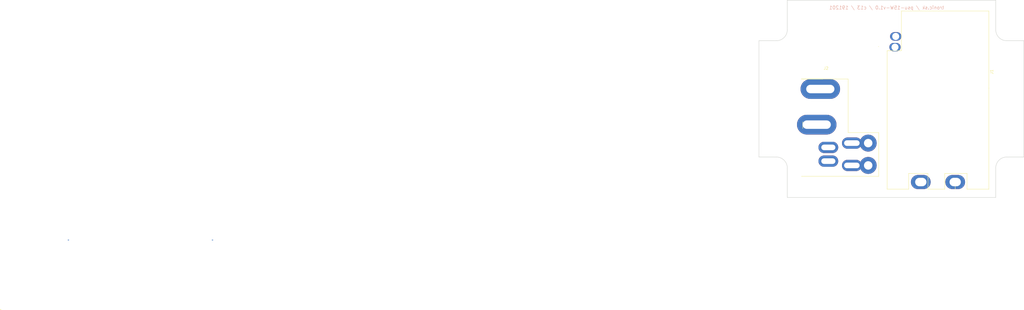
<source format=kicad_pcb>
(kicad_pcb (version 4) (host pcbnew 4.0.7)

  (general
    (links 2)
    (no_connects 2)
    (area 141.199799 46.279999 235.228201 116.432401)
    (thickness 1.6)
    (drawings 19)
    (tracks 2)
    (zones 0)
    (modules 2)
    (nets 3)
  )

  (page A4)
  (layers
    (0 F.Cu signal)
    (31 B.Cu signal)
    (32 B.Adhes user)
    (33 F.Adhes user)
    (34 B.Paste user)
    (35 F.Paste user)
    (36 B.SilkS user)
    (37 F.SilkS user)
    (38 B.Mask user)
    (39 F.Mask user)
    (40 Dwgs.User user)
    (41 Cmts.User user)
    (42 Eco1.User user)
    (43 Eco2.User user)
    (44 Edge.Cuts user)
    (45 Margin user)
    (46 B.CrtYd user)
    (47 F.CrtYd user)
    (48 B.Fab user)
    (49 F.Fab user)
  )

  (setup
    (last_trace_width 0.5)
    (trace_clearance 0.2)
    (zone_clearance 0.508)
    (zone_45_only yes)
    (trace_min 0.2)
    (segment_width 0.2)
    (edge_width 0.15)
    (via_size 0.6)
    (via_drill 0.4)
    (via_min_size 0.4)
    (via_min_drill 0.3)
    (uvia_size 0.3)
    (uvia_drill 0.1)
    (uvias_allowed no)
    (uvia_min_size 0.2)
    (uvia_min_drill 0.1)
    (pcb_text_width 0.3)
    (pcb_text_size 1.5 1.5)
    (mod_edge_width 0.15)
    (mod_text_size 1 1)
    (mod_text_width 0.15)
    (pad_size 8 8)
    (pad_drill 4)
    (pad_to_mask_clearance 0.2)
    (solder_mask_min_width 0.25)
    (aux_axis_origin 0 0)
    (grid_origin 149.1742 97.9678)
    (visible_elements 7FFFFFFF)
    (pcbplotparams
      (layerselection 0x010f0_80000001)
      (usegerberextensions true)
      (excludeedgelayer true)
      (linewidth 0.100000)
      (plotframeref false)
      (viasonmask false)
      (mode 1)
      (useauxorigin false)
      (hpglpennumber 1)
      (hpglpenspeed 20)
      (hpglpendiameter 15)
      (hpglpenoverlay 2)
      (psnegative false)
      (psa4output false)
      (plotreference true)
      (plotvalue true)
      (plotinvisibletext false)
      (padsonsilk false)
      (subtractmaskfromsilk false)
      (outputformat 1)
      (mirror false)
      (drillshape 0)
      (scaleselection 1)
      (outputdirectory gerber/))
  )

  (net 0 "")
  (net 1 "Net-(J2-Pad5)")
  (net 2 "Net-(J2-Pad6)")

  (net_class Default "This is the default net class."
    (clearance 0.2)
    (trace_width 0.5)
    (via_dia 0.6)
    (via_drill 0.4)
    (uvia_dia 0.3)
    (uvia_drill 0.1)
    (add_net "Net-(J2-Pad5)")
    (add_net "Net-(J2-Pad6)")
  )

  (net_class mains ""
    (clearance 0.3)
    (trace_width 2)
    (via_dia 3)
    (via_drill 2)
    (uvia_dia 1.5)
    (uvia_drill 0.5)
  )

  (module psw-library:psw-12V-1A-psu (layer F.Cu) (tedit 5DE2E44C) (tstamp 5DE3A0B3)
    (at 222.758 50.1904 270)
    (path /5DE3A1B4)
    (fp_text reference J1 (at 21.59 -1.016 270) (layer F.SilkS)
      (effects (font (size 1 1) (thickness 0.15)))
    )
    (fp_text value psu-12V1A (at 11.176 -1.27 270) (layer F.Fab)
      (effects (font (size 1 1) (thickness 0.15)))
    )
    (fp_line (start 63.246 28.448) (end 63.246 36.068) (layer F.SilkS) (width 0.15))
    (fp_line (start 63.246 15.621) (end 63.246 21.59) (layer F.SilkS) (width 0.15))
    (fp_line (start 57.658 15.621) (end 57.658 7.747) (layer F.SilkS) (width 0.15))
    (fp_line (start 57.658 7.747) (end 63.246 7.747) (layer F.SilkS) (width 0.15))
    (fp_line (start 63.246 7.747) (end 63.246 0) (layer F.SilkS) (width 0.15))
    (fp_line (start 57.658 15.621) (end 63.246 15.621) (layer F.SilkS) (width 0.15))
    (fp_line (start 57.658 28.448) (end 57.658 21.59) (layer F.SilkS) (width 0.15))
    (fp_line (start 57.658 21.59) (end 63.246 21.59) (layer F.SilkS) (width 0.15))
    (fp_line (start 57.658 28.448) (end 63.246 28.448) (layer F.SilkS) (width 0.15))
    (fp_line (start 0 30.988) (end 0 0) (layer F.SilkS) (width 0.15))
    (fp_line (start 14.097 36.068) (end 63.246 36.068) (layer F.SilkS) (width 0.15))
    (fp_line (start 14.097 30.988) (end 0 30.988) (layer F.SilkS) (width 0.15))
    (fp_line (start 14.097 30.988) (end 14.097 36.068) (layer F.SilkS) (width 0.15))
    (fp_line (start 63.246 11.938) (end 60.706 11.938) (layer F.SilkS) (width 0.15))
    (fp_line (start 0 0) (end 63.246 0) (layer F.SilkS) (width 0.15))
    (fp_line (start 27.2796 0) (end 27.432 0) (layer F.SilkS) (width 0.15))
    (pad 2 thru_hole oval (at 60.706 24.13 270) (size 5 7) (drill oval 3 4) (layers *.Cu *.Mask))
    (pad 1 thru_hole oval (at 60.706 11.938 270) (size 5 7) (drill oval 3 4) (layers *.Cu *.Mask))
    (pad 3 thru_hole oval (at 9.017 33.02 270) (size 3 4) (drill 2.5) (layers *.Cu *.Mask))
    (pad 4 thru_hole oval (at 12.827 33.274 270) (size 3 4) (drill 2.5) (layers *.Cu *.Mask))
  )

  (module psw-library:psw-c13-plug (layer F.Cu) (tedit 5C473FC5) (tstamp 5DE3A0BF)
    (at 156.3116 62.7888)
    (path /5DE3A1F8)
    (fp_text reference J2 (at 8.7376 7.7216) (layer F.SilkS)
      (effects (font (size 1 1) (thickness 0.15)))
    )
    (fp_text value c13 (at 8.382 9.6012) (layer F.Fab)
      (effects (font (size 1 1) (thickness 0.15)))
    )
    (fp_line (start 27.432 30.5816) (end 27.432 46.0756) (layer F.SilkS) (width 0.15))
    (fp_line (start 27.432 46.0756) (end 0 46.0756) (layer F.SilkS) (width 0.15))
    (fp_line (start 16.5608 11.5316) (end 16.5608 30.5816) (layer F.SilkS) (width 0.15))
    (fp_line (start 16.5608 30.5816) (end 27.432 30.5816) (layer F.SilkS) (width 0.15))
    (fp_line (start 7.62 11.5316) (end 0 11.5316) (layer F.SilkS) (width 0.15))
    (fp_line (start 0 11.5316) (end 16.5608 11.5316) (layer F.SilkS) (width 0.15))
    (fp_line (start 0.4572 26.7208) (end 0.4572 29.1084) (layer F.SilkS) (width 0.15))
    (fp_line (start 27.2796 0) (end 27.432 0) (layer F.SilkS) (width 0.15))
    (pad 2 thru_hole oval (at 5.4356 27.7368) (size 14 7) (drill oval 10 3) (layers *.Cu *.Mask))
    (pad 1 thru_hole oval (at 6.7056 15.0876) (size 14 7) (drill oval 10 3) (layers *.Cu *.Mask))
    (pad 5 thru_hole oval (at 17.8816 34.29) (size 7 4) (drill oval 5.5 2) (layers *.Cu *.Mask)
      (net 1 "Net-(J2-Pad5)"))
    (pad 6 thru_hole oval (at 17.8816 42.2148) (size 7 4) (drill oval 5.5 2) (layers *.Cu *.Mask)
      (net 2 "Net-(J2-Pad6)"))
    (pad 3 thru_hole oval (at 9.5504 35.814) (size 7 4) (drill oval 5 2) (layers *.Cu *.Mask))
    (pad 4 thru_hole oval (at 9.5504 40.6908) (size 7 4) (drill oval 5 2) (layers *.Cu *.Mask))
    (pad 5 thru_hole circle (at 23.6728 34.29) (size 6 6) (drill 3) (layers *.Cu *.Mask)
      (net 1 "Net-(J2-Pad5)"))
    (pad 6 thru_hole circle (at 23.6728 42.2148) (size 6 6) (drill 3) (layers *.Cu *.Mask)
      (net 2 "Net-(J2-Pad6)"))
  )

  (gr_arc (start 147.447 56.8706) (end 151.3078 56.8706) (angle 90) (layer Edge.Cuts) (width 0.15))
  (gr_arc (start 229.0572 56.8706) (end 229.0572 60.7314) (angle 90) (layer Edge.Cuts) (width 0.15))
  (gr_arc (start 229.0572 105.8926) (end 225.1964 105.8926) (angle 90) (layer Edge.Cuts) (width 0.15))
  (gr_arc (start 147.447 105.8926) (end 147.4216 102.0318) (angle 90) (layer Edge.Cuts) (width 0.15))
  (gr_line (start 141.2748 102.0318) (end 141.2748 60.7314) (angle 90) (layer Edge.Cuts) (width 0.15))
  (gr_line (start 225.1964 116.3574) (end 151.3078 116.3574) (angle 90) (layer Edge.Cuts) (width 0.15))
  (gr_line (start 235.1532 60.7314) (end 235.1532 102.0318) (angle 90) (layer Edge.Cuts) (width 0.15))
  (gr_line (start 151.3078 46.355) (end 225.1964 46.355) (angle 90) (layer Edge.Cuts) (width 0.15))
  (gr_line (start 151.3078 56.8706) (end 151.3078 46.355) (angle 90) (layer Edge.Cuts) (width 0.15))
  (gr_line (start 147.4724 60.7314) (end 141.2748 60.7314) (angle 90) (layer Edge.Cuts) (width 0.15))
  (gr_line (start 147.447 102.0318) (end 141.2748 102.0318) (angle 90) (layer Edge.Cuts) (width 0.15))
  (gr_line (start 151.3078 105.8926) (end 151.3078 116.3574) (angle 90) (layer Edge.Cuts) (width 0.15))
  (gr_line (start 225.1964 56.8452) (end 225.1964 46.355) (angle 90) (layer Edge.Cuts) (width 0.15))
  (gr_line (start 229.0572 60.7314) (end 235.1532 60.7314) (angle 90) (layer Edge.Cuts) (width 0.15))
  (gr_line (start 229.0572 102.0318) (end 235.1532 102.0318) (angle 90) (layer Edge.Cuts) (width 0.15))
  (gr_line (start 225.1964 105.8926) (end 225.1964 116.332) (angle 90) (layer Edge.Cuts) (width 0.15))
  (gr_text "tronic.sk / psu-15W-v1.0 / c13 / 191201" (at 186.4868 48.9966) (layer B.SilkS) (tstamp 5BB64175)
    (effects (font (size 1.2 1.2) (thickness 0.15)) (justify mirror))
  )
  (gr_line (start -127.4064 156.2608) (end -127.4064 156.1592) (layer F.SilkS) (width 0.2) (tstamp 5C709C8D))
  (gr_line (start -127.4064 156.1592) (end -127.6096 156.1592) (layer F.SilkS) (width 0.2) (tstamp 5C709C8C))

  (segment (start -52.2732 131.4824) (end -52.5392 131.4824) (width 0.25) (layer B.Cu) (net 0) (tstamp 5C709C4B))
  (segment (start -103.3272 131.4824) (end -103.5932 131.4824) (width 0.25) (layer B.Cu) (net 0) (tstamp 5C709C43))

)

</source>
